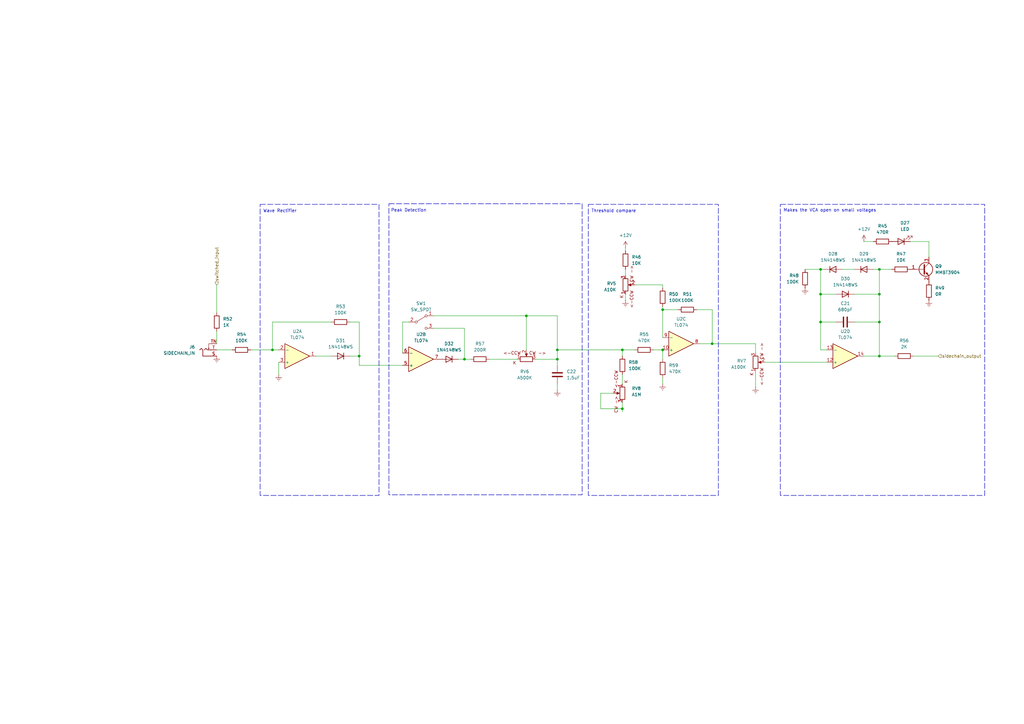
<source format=kicad_sch>
(kicad_sch (version 20250114) (generator "eeschema") (generator_version "9.0")
  (paper "A3")
  (lib_symbols
    (symbol "Amplifier_Operational:TL074" (pin_names (offset 0.127))
      (property "Reference" "U" (at 0 5.08 0))
      (property "Value" "TL074" (at 0 -5.08 0))
      (symbol "TL074_1_1"
        (polyline (pts (xy -5.08 5.08) (xy 5.08 0) (xy -5.08 -5.08) (xy -5.08 5.08)) (stroke (width 0.254)) (fill (type background)))
        (pin input line (at -7.62 2.54 0) (length 2.54) (name "+") (number "3"))
        (pin input line (at -7.62 -2.54 0) (length 2.54) (name "-") (number "2"))
        (pin output line (at 7.62 0 180) (length 2.54) (name "~") (number "1"))
      )
      (symbol "TL074_2_1"
        (polyline (pts (xy -5.08 5.08) (xy 5.08 0) (xy -5.08 -5.08) (xy -5.08 5.08)) (stroke (width 0.254)) (fill (type background)))
        (pin input line (at -7.62 2.54 0) (length 2.54) (name "+") (number "5"))
        (pin input line (at -7.62 -2.54 0) (length 2.54) (name "-") (number "6"))
        (pin output line (at 7.62 0 180) (length 2.54) (name "~") (number "7"))
      )
      (symbol "TL074_3_1"
        (polyline (pts (xy -5.08 5.08) (xy 5.08 0) (xy -5.08 -5.08) (xy -5.08 5.08)) (stroke (width 0.254)) (fill (type background)))
        (pin input line (at -7.62 2.54 0) (length 2.54) (name "+") (number "10"))
        (pin input line (at -7.62 -2.54 0) (length 2.54) (name "-") (number "9"))
        (pin output line (at 7.62 0 180) (length 2.54) (name "~") (number "8"))
      )
      (symbol "TL074_4_1"
        (polyline (pts (xy -5.08 5.08) (xy 5.08 0) (xy -5.08 -5.08) (xy -5.08 5.08)) (stroke (width 0.254)) (fill (type background)))
        (pin input line (at -7.62 2.54 0) (length 2.54) (name "+") (number "12"))
        (pin input line (at -7.62 -2.54 0) (length 2.54) (name "-") (number "13"))
        (pin output line (at 7.62 0 180) (length 2.54) (name "~") (number "14"))
      )
      (symbol "TL074_5_1"
        (pin power_in line (at -2.54 7.62 270) (length 3.81) (name "V+") (number "4"))
        (pin power_in line (at -2.54 -7.62 90) (length 3.81) (name "V-") (number "11"))
      )
    )
    (symbol "Device:C" (pin_numbers (hide yes)) (pin_names (offset 0.254))
      (property "Reference" "C" (at 0.635 2.54 0))
      (property "Value" "C" (at 0.635 -2.54 0))
      (symbol "C_0_1"
        (polyline (pts (xy -2.032 0.762) (xy 2.032 0.762)) (stroke (width 0.508)))
        (polyline (pts (xy -2.032 -0.762) (xy 2.032 -0.762)) (stroke (width 0.508)))
      )
      (symbol "C_1_1"
        (pin passive line (at 0 3.81 270) (length 2.794) (name "~") (number "1"))
        (pin passive line (at 0 -3.81 90) (length 2.794) (name "~") (number "2"))
      )
    )
    (symbol "Diode:1N4148WS" (pin_numbers (hide yes)) (pin_names (hide yes))
      (property "Reference" "D" (at 0 2.54 0))
      (property "Value" "1N4148WS" (at 0 -2.54 0))
      (symbol "1N4148WS_0_1"
        (polyline (pts (xy -1.27 1.27) (xy -1.27 -1.27)) (stroke (width 0.254)))
        (polyline (pts (xy 1.27 1.27) (xy 1.27 -1.27) (xy -1.27 0) (xy 1.27 1.27)) (stroke (width 0.254)))
        (polyline (pts (xy 1.27 0) (xy -1.27 0)))
      )
      (symbol "1N4148WS_1_1"
        (pin passive line (at -3.81 0 0) (length 2.54) (name "K") (number "1"))
        (pin passive line (at 3.81 0 180) (length 2.54) (name "A") (number "2"))
      )
    )
    (symbol "Transistor_BJT:MMBT3904" (pin_names (offset 0) (hide yes))
      (property "Reference" "Q" (at 5.08 1.905 0))
      (property "Value" "MMBT3904" (at 5.08 0 0))
      (symbol "MMBT3904_0_1"
        (polyline (pts (xy -2.54 0) (xy 0.635 0)))
        (polyline (pts (xy 0.635 1.905) (xy 0.635 -1.905)) (stroke (width 0.508)))
        (circle (center 1.27 0) (radius 2.8194) (stroke (width 0.254)))
      )
      (symbol "MMBT3904_1_1"
        (polyline (pts (xy 0.635 0.635) (xy 2.54 2.54)))
        (polyline (pts (xy 0.635 -0.635) (xy 2.54 -2.54)))
        (polyline (pts (xy 1.27 -1.778) (xy 1.778 -1.27) (xy 2.286 -2.286) (xy 1.27 -1.778)) (fill (type outline)))
        (pin input line (at -5.08 0 0) (length 2.54) (name "B") (number "1"))
        (pin passive line (at 2.54 5.08 270) (length 2.54) (name "C") (number "3"))
        (pin passive line (at 2.54 -5.08 90) (length 2.54) (name "E") (number "2"))
      )
    )
    (symbol "power:+12V" (power) (pin_numbers (hide yes)) (pin_names (offset 0) (hide yes))
      (property "Value" "+12V" (at 0 3.556 0))
      (symbol "+12V_0_1"
        (polyline (pts (xy -0.762 1.27) (xy 0 2.54)))
        (polyline (pts (xy 0 2.54) (xy 0.762 1.27)))
        (polyline (pts (xy 0 0) (xy 0 2.54)))
      )
      (symbol "+12V_1_1"
        (pin power_in line (at 0 0 90) (length 0) (name "~") (number "1"))
      )
    )
    (symbol "power:GNDREF" (power) (pin_numbers (hide yes)) (pin_names (offset 0) (hide yes))
      (property "Value" "GNDREF" (at 0 -3.81 0))
      (symbol "GNDREF_0_1"
        (polyline (pts (xy -0.635 -1.905) (xy 0.635 -1.905)))
        (polyline (pts (xy -0.127 -2.54) (xy 0.127 -2.54)))
        (polyline (pts (xy 0 -1.27) (xy 0 0)))
        (polyline (pts (xy 1.27 -1.27) (xy -1.27 -1.27)))
      )
      (symbol "GNDREF_1_1"
        (pin power_in line (at 0 0 270) (length 0) (name "~") (number "1"))
      )
    )
    (symbol "synth:AudioJack_Mono_3.5mm"
      (property "Reference" "J" (at 0 8.89 0))
      (property "Value" "AudioJack_Mono_3.5mm" (at 0 6.35 0))
      (symbol "AudioJack_Mono_3.5mm_0_1"
        (polyline (pts (xy 0 0) (xy 0.635 -0.635) (xy 1.27 0) (xy 2.54 0)) (stroke (width 0.254)))
        (polyline (pts (xy 1.778 -0.254) (xy 2.032 -0.762)))
        (polyline (pts (xy 2.54 2.54) (xy -0.635 2.54) (xy -0.635 0) (xy -1.27 -0.635) (xy -1.905 0)) (stroke (width 0.254)))
        (polyline (pts (xy 2.54 -2.54) (xy 1.778 -2.54) (xy 1.778 -0.254) (xy 1.524 -0.762)))
      )
      (symbol "AudioJack_Mono_3.5mm_1_1"
        (pin passive line (at 5.08 2.54 180) (length 2.54) (name "~") (number "S"))
        (pin passive line (at 5.08 0 180) (length 2.54) (name "~") (number "T"))
        (pin passive line (at 5.08 -2.54 180) (length 2.54) (name "~") (number "TN"))
      )
    )
    (symbol "synth:LED (3mm)" (pin_numbers (hide yes)) (pin_names (offset 1.016) (hide yes))
      (property "Reference" "D" (at 0 2.54 0))
      (property "Value" "LED" (at 0 -2.54 0))
      (symbol "LED (3mm)_0_1"
        (polyline (pts (xy -3.048 -0.762) (xy -4.572 -2.286) (xy -3.81 -2.286) (xy -4.572 -2.286) (xy -4.572 -1.524)))
        (polyline (pts (xy -1.778 -0.762) (xy -3.302 -2.286) (xy -2.54 -2.286) (xy -3.302 -2.286) (xy -3.302 -1.524)))
        (polyline (pts (xy -1.27 0) (xy 1.27 0)))
        (polyline (pts (xy -1.27 -1.27) (xy -1.27 1.27)) (stroke (width 0.254)))
        (polyline (pts (xy 1.27 -1.27) (xy 1.27 1.27) (xy -1.27 0) (xy 1.27 -1.27)) (stroke (width 0.254)))
      )
      (symbol "LED (3mm)_1_1"
        (pin passive line (at -3.81 0 0) (length 2.54) (name "K") (number "1"))
        (pin passive line (at 3.81 0 180) (length 2.54) (name "A") (number "2"))
      )
    )
    (symbol "synth:R_Default" (pin_numbers (hide yes)) (pin_names (offset 0))
      (property "Reference" "R" (at -2.032 0 90))
      (property "Value" "R1" (at 2.032 0 90))
      (symbol "R_Default_0_1"
        (rectangle (start 1.016 -2.54) (end -1.016 2.54) (stroke (width 0.254)))
      )
      (symbol "R_Default_1_1"
        (pin passive line (at 0 3.81 270) (length 1.27) (name "~") (number "2"))
        (pin passive line (at 0 -3.81 90) (length 1.27) (name "~") (number "1"))
      )
    )
    (symbol "synth:R_Potentiometer (P0915N)" (pin_names (offset 1.016) (hide yes))
      (property "Reference" "RV" (at 0 6.604 0))
      (property "Value" "R_Potentiometer" (at 0 4.318 0))
      (symbol "R_Potentiometer (P0915N)_0_1"
        (polyline (pts (xy 0 -1.143) (xy 0.508 -2.286) (xy -0.508 -2.286) (xy 0 -1.143)) (fill (type outline)))
        (polyline (pts (xy 0 -2.54) (xy 0 -1.524)))
        (rectangle (start 2.54 1.016) (end -2.54 -1.016) (stroke (width 0.254)))
      )
      (symbol "R_Potentiometer (P0915N)_1_1"
        (text "<-CCW" (at -5.842 -2.54 0) (effects (font (size 1.27 1.27))))
        (text "K" (at -4.826 1.524 0) (effects (font (size 1.27 1.27))))
        (text "CW ->" (at 4.572 -2.54 0) (effects (font (size 1.27 1.27))))
        (pin passive line (at -3.81 0 0) (length 1.27) (name "1") (number "1"))
        (pin passive line (at 0 -3.81 90) (length 1.27) (name "2") (number "2"))
        (pin passive line (at 3.81 0 180) (length 1.27) (name "3") (number "3"))
      )
    )
    (symbol "synth:SW_SPDT" (pin_names (offset 0) (hide yes))
      (property "Reference" "SW" (at 0 5.08 0))
      (property "Value" "SW_SPDT" (at 0 -5.08 0))
      (symbol "SW_SPDT_0_1"
        (circle (center -2.032 0) (radius 0.4572))
        (polyline (pts (xy -1.651 0.254) (xy 1.651 2.286)))
        (circle (center 2.032 2.54) (radius 0.4572))
        (circle (center 2.032 -2.54) (radius 0.4572))
      )
      (symbol "SW_SPDT_1_1"
        (pin passive line (at -5.08 0 0) (length 2.54) (name "B") (number "2"))
        (pin passive line (at 5.08 2.54 180) (length 2.54) (name "A") (number "1"))
        (pin passive line (at 5.08 -2.54 180) (length 2.54) (name "C") (number "3"))
      )
    )
  )
  (rectangle (start 159.512 83.566) (end 238.76 202.946) (stroke (width 0.2032) (type dash)))
  (rectangle (start 320.04 83.82) (end 403.86 203.2) (stroke (width 0.2032) (type dash)))
  (rectangle (start 241.3 83.82) (end 294.64 203.2) (stroke (width 0.2032) (type dash)))
  (rectangle (start 106.68 83.82) (end 155.448 203.2) (stroke (width 0.2032) (type dash)))
  (text "Peak Detection" (at 167.64 86.36 0) (effects (font (size 1.27 1.27))))
  (text "Threshold compare" (at 251.714 86.614 0) (effects (font (size 1.27 1.27))))
  (text "Makes the VCA open on small voltages" (at 340.36 86.36 0) (effects (font (size 1.27 1.27))))
  (text "Wave Rectifier" (at 114.808 86.614 0) (effects (font (size 1.27 1.27))))
  (junction (at 228.6 147.32))
  (junction (at 147.32 146.05))
  (junction (at 360.68 110.49))
  (junction (at 292.1 140.97))
  (junction (at 255.27 143.51))
  (junction (at 360.68 120.65))
  (junction (at 228.6 143.51))
  (junction (at 190.5 147.32))
  (junction (at 336.55 110.49))
  (junction (at 215.9 129.54))
  (junction (at 255.27 167.64))
  (junction (at 111.76 143.51))
  (junction (at 336.55 132.08))
  (junction (at 360.68 146.05))
  (junction (at 271.78 127))
  (junction (at 271.78 143.51))
  (junction (at 360.68 132.08))
  (junction (at 336.55 120.65))
  (wire (pts (xy 177.8 134.62) (xy 190.5 134.62)))
  (wire (pts (xy 246.38 161.29) (xy 246.38 167.64)))
  (wire (pts (xy 167.64 132.08) (xy 165.1 132.08)))
  (wire (pts (xy 271.78 147.32) (xy 271.78 143.51)))
  (wire (pts (xy 350.52 120.65) (xy 360.68 120.65)))
  (wire (pts (xy 350.52 110.49) (xy 345.44 110.49)))
  (wire (pts (xy 354.33 146.05) (xy 360.68 146.05)))
  (wire (pts (xy 111.76 132.08) (xy 111.76 143.51)))
  (wire (pts (xy 165.1 132.08) (xy 165.1 144.78)))
  (wire (pts (xy 147.32 149.86) (xy 147.32 146.05)))
  (wire (pts (xy 271.78 125.73) (xy 271.78 127)))
  (wire (pts (xy 336.55 120.65) (xy 342.9 120.65)))
  (wire (pts (xy 360.68 110.49) (xy 358.14 110.49)))
  (wire (pts (xy 271.78 118.11) (xy 271.78 116.84)))
  (wire (pts (xy 350.52 132.08) (xy 360.68 132.08)))
  (wire (pts (xy 313.69 148.59) (xy 339.09 148.59)))
  (wire (pts (xy 190.5 147.32) (xy 193.04 147.32)))
  (wire (pts (xy 360.68 146.05) (xy 360.68 132.08)))
  (wire (pts (xy 267.97 143.51) (xy 271.78 143.51)))
  (wire (pts (xy 255.27 167.64) (xy 255.27 168.91)))
  (wire (pts (xy 228.6 129.54) (xy 228.6 143.51)))
  (wire (pts (xy 143.51 132.08) (xy 147.32 132.08)))
  (wire (pts (xy 360.68 110.49) (xy 365.76 110.49)))
  (wire (pts (xy 228.6 143.51) (xy 228.6 147.32)))
  (wire (pts (xy 165.1 149.86) (xy 147.32 149.86)))
  (wire (pts (xy 215.9 143.51) (xy 215.9 129.54)))
  (wire (pts (xy 255.27 143.51) (xy 260.35 143.51)))
  (wire (pts (xy 147.32 146.05) (xy 143.51 146.05)))
  (wire (pts (xy 271.78 127) (xy 271.78 138.43)))
  (wire (pts (xy 246.38 167.64) (xy 255.27 167.64)))
  (wire (pts (xy 339.09 143.51) (xy 336.55 143.51)))
  (wire (pts (xy 373.38 99.06) (xy 381 99.06)))
  (wire (pts (xy 135.89 146.05) (xy 129.54 146.05)))
  (wire (pts (xy 215.9 129.54) (xy 228.6 129.54)))
  (wire (pts (xy 271.78 127) (xy 278.13 127)))
  (wire (pts (xy 271.78 116.84) (xy 260.35 116.84)))
  (wire (pts (xy 330.2 110.49) (xy 336.55 110.49)))
  (wire (pts (xy 255.27 165.1) (xy 255.27 167.64)))
  (wire (pts (xy 228.6 147.32) (xy 219.71 147.32)))
  (wire (pts (xy 215.9 129.54) (xy 177.8 129.54)))
  (wire (pts (xy 292.1 127) (xy 292.1 140.97)))
  (wire (pts (xy 309.88 144.78) (xy 309.88 140.97)))
  (wire (pts (xy 190.5 134.62) (xy 190.5 147.32)))
  (wire (pts (xy 255.27 153.67) (xy 255.27 157.48)))
  (wire (pts (xy 336.55 143.51) (xy 336.55 132.08)))
  (wire (pts (xy 88.9 135.89) (xy 88.9 140.97)))
  (wire (pts (xy 111.76 143.51) (xy 114.3 143.51)))
  (wire (pts (xy 367.03 146.05) (xy 360.68 146.05)))
  (wire (pts (xy 336.55 120.65) (xy 336.55 110.49)))
  (wire (pts (xy 271.78 157.48) (xy 271.78 154.94)))
  (wire (pts (xy 360.68 120.65) (xy 360.68 110.49)))
  (wire (pts (xy 255.27 146.05) (xy 255.27 143.51)))
  (wire (pts (xy 228.6 160.02) (xy 228.6 157.48)))
  (wire (pts (xy 381 99.06) (xy 381 105.41)))
  (wire (pts (xy 256.54 101.6) (xy 256.54 102.87)))
  (wire (pts (xy 354.33 99.06) (xy 358.14 99.06)))
  (wire (pts (xy 336.55 110.49) (xy 337.82 110.49)))
  (wire (pts (xy 88.9 116.84) (xy 88.9 128.27)))
  (wire (pts (xy 212.09 147.32) (xy 200.66 147.32)))
  (wire (pts (xy 309.88 152.4) (xy 309.88 158.75)))
  (wire (pts (xy 285.75 127) (xy 292.1 127)))
  (wire (pts (xy 190.5 147.32) (xy 187.96 147.32)))
  (wire (pts (xy 256.54 123.19) (xy 256.54 120.65)))
  (wire (pts (xy 102.87 143.51) (xy 111.76 143.51)))
  (wire (pts (xy 256.54 110.49) (xy 256.54 113.03)))
  (wire (pts (xy 228.6 143.51) (xy 255.27 143.51)))
  (wire (pts (xy 251.46 161.29) (xy 246.38 161.29)))
  (wire (pts (xy 336.55 132.08) (xy 336.55 120.65)))
  (wire (pts (xy 292.1 140.97) (xy 309.88 140.97)))
  (wire (pts (xy 292.1 140.97) (xy 287.02 140.97)))
  (wire (pts (xy 360.68 132.08) (xy 360.68 120.65)))
  (wire (pts (xy 336.55 132.08) (xy 342.9 132.08)))
  (wire (pts (xy 95.25 143.51) (xy 88.9 143.51)))
  (wire (pts (xy 135.89 132.08) (xy 111.76 132.08)))
  (wire (pts (xy 384.81 146.05) (xy 374.65 146.05)))
  (wire (pts (xy 114.3 153.67) (xy 114.3 148.59)))
  (wire (pts (xy 228.6 149.86) (xy 228.6 147.32)))
  (wire (pts (xy 147.32 132.08) (xy 147.32 146.05)))
  (hierarchical_label "switched_input" (shape input) (at 88.9 116.84 90))
  (hierarchical_label "sidechain_output" (shape input) (at 384.81 146.05 0))
  (symbol (lib_id "Amplifier_Operational:TL074") (at 279.4 140.97 0) (mirror x) (unit 3)
    (property "Reference" "U2" (at 279.4 130.81 0))
    (property "Value" "TL074" (at 279.4 133.35 0))
    (property "Footprint" "Synth:SOIC-14" (effects (hide yes)))
    (property "Datasheet" "http://www.ti.com/lit/ds/symlink/tl071.pdf" (effects (hide yes)))
    (property "Description" "Quad Low-Noise JFET-Input Operational Amplifiers, DIP-14/SOIC-14" (effects (hide yes)))
    (instances (project "compressor" (path "" (reference "U2") (unit 3)) (path "" (reference "U3") (unit 3))))
  )
  (symbol (lib_id "synth:R_Default") (at 361.95 99.06 270) (unit 1)
    (property "Reference" "R45" (at 361.95 92.71 90))
    (property "Value" "470R" (at 361.95 95.25 90))
    (property "Footprint" "Resistor_SMD:R_0805_2012Metric_Pad1.20x1.40mm_HandSolder" (effects (hide yes)))
    (property "Description" "Resistor" (effects (hide yes)))
    (instances (project "compressor" (path "" (reference "R45") (unit 1)) (path "" (reference "R60") (unit 1))))
  )
  (symbol (lib_id "synth:R_Potentiometer (P0915N)") (at 255.27 161.29 270) (unit 1)
    (property "Reference" "RV8" (at 259.08 159.3093 90) (effects (justify left)))
    (property "Value" "A1M" (at 259.08 161.8493 90) (effects (justify left)))
    (property "Footprint" "Synth:Potentiometer_TT_P0915N" (effects (hide yes)))
    (property "Description" "Potentiometer" (effects (hide yes)))
    (instances (project "compressor" (path "" (reference "RV8") (unit 1)) (path "" (reference "RV12") (unit 1))))
  )
  (symbol (lib_id "power:GNDREF") (at 256.54 123.19 0) (unit 1)
    (property "Reference" "#PWR072" (effects (hide yes)))
    (property "Value" "GNDREF" (effects (hide yes)))
    (property "Description" "Power symbol creates a global label with name \"GNDREF\" , reference supply ground" (effects (hide yes)))
    (instances (project "compressor" (path "" (reference "#PWR072") (unit 1)) (path "" (reference "#PWR082") (unit 1))))
  )
  (symbol (lib_id "synth:R_Default") (at 264.16 143.51 270) (unit 1)
    (property "Reference" "R55" (at 264.16 137.16 90))
    (property "Value" "470K" (at 264.16 139.7 90))
    (property "Footprint" "Resistor_SMD:R_0805_2012Metric_Pad1.20x1.40mm_HandSolder" (effects (hide yes)))
    (property "Description" "Resistor" (effects (hide yes)))
    (instances (project "compressor" (path "" (reference "R55") (unit 1)) (path "" (reference "R70") (unit 1))))
  )
  (symbol (lib_id "synth:R_Default") (at 369.57 110.49 90) (unit 1)
    (property "Reference" "R47" (at 369.57 104.14 90))
    (property "Value" "10K" (at 369.57 106.68 90))
    (property "Footprint" "Resistor_SMD:R_0805_2012Metric_Pad1.20x1.40mm_HandSolder" (effects (hide yes)))
    (property "Description" "Resistor" (effects (hide yes)))
    (instances (project "compressor" (path "" (reference "R47") (unit 1)) (path "" (reference "R62") (unit 1))))
  )
  (symbol (lib_id "Diode:1N4148WS") (at 139.7 146.05 180) (unit 1)
    (property "Reference" "D31" (at 139.7 139.7 0))
    (property "Value" "1N4148WS" (at 139.7 142.24 0))
    (property "Footprint" "Diode_SMD:D_SOD-323_HandSoldering" (effects (hide yes)))
    (property "Datasheet" "https://www.vishay.com/docs/85751/1n4148ws.pdf" (effects (hide yes)))
    (property "Description" "75V 0.15A Fast switching Diode, SOD-323" (effects (hide yes)))
    (property "Sim.Device" "D" (effects (hide yes)))
    (property "Sim.Pins" "1=K 2=A" (effects (hide yes)))
    (instances (project "compressor" (path "" (reference "D31") (unit 1)) (path "" (reference "D37") (unit 1))))
  )
  (symbol (lib_id "power:+12V") (at 256.54 101.6 0) (unit 1)
    (property "Reference" "#PWR070" (effects (hide yes)))
    (property "Value" "+12V" (at 256.54 96.52 0))
    (property "Description" "Power symbol creates a global label with name \"+12V\"" (effects (hide yes)))
    (instances (project "compressor" (path "" (reference "#PWR070") (unit 1)) (path "" (reference "#PWR080") (unit 1))))
  )
  (symbol (lib_id "synth:R_Default") (at 370.84 146.05 90) (unit 1)
    (property "Reference" "R56" (at 370.84 139.7 90))
    (property "Value" "2K" (at 370.84 142.24 90))
    (property "Footprint" "Resistor_SMD:R_0805_2012Metric_Pad1.20x1.40mm_HandSolder" (effects (hide yes)))
    (property "Description" "Resistor" (effects (hide yes)))
    (instances (project "compressor" (path "" (reference "R56") (unit 1)) (path "" (reference "R71") (unit 1))))
  )
  (symbol (lib_id "power:GNDREF") (at 228.6 160.02 0) (unit 1)
    (property "Reference" "#PWR078" (effects (hide yes)))
    (property "Value" "GNDREF" (effects (hide yes)))
    (property "Description" "Power symbol creates a global label with name \"GNDREF\" , reference supply ground" (effects (hide yes)))
    (instances (project "compressor" (path "" (reference "#PWR078") (unit 1)) (path "" (reference "#PWR088") (unit 1))))
  )
  (symbol (lib_id "synth:R_Potentiometer (P0915N)") (at 256.54 116.84 90) (unit 1)
    (property "Reference" "RV5" (at 252.73 116.2805 90) (effects (justify left)))
    (property "Value" "A10K" (at 252.73 118.8205 90) (effects (justify left)))
    (property "Footprint" "Synth:Potentiometer_TT_P0915N" (effects (hide yes)))
    (property "Description" "Potentiometer" (effects (hide yes)))
    (instances (project "compressor" (path "" (reference "RV5") (unit 1)) (path "" (reference "RV9") (unit 1))))
  )
  (symbol (lib_id "synth:R_Default") (at 99.06 143.51 90) (unit 1)
    (property "Reference" "R54" (at 99.06 137.16 90))
    (property "Value" "100K" (at 99.06 139.7 90))
    (property "Footprint" "Resistor_SMD:R_0805_2012Metric_Pad1.20x1.40mm_HandSolder" (effects (hide yes)))
    (property "Description" "Resistor" (effects (hide yes)))
    (instances (project "compressor" (path "" (reference "R54") (unit 1)) (path "" (reference "R69") (unit 1))))
  )
  (symbol (lib_id "synth:R_Default") (at 271.78 151.13 0) (unit 1)
    (property "Reference" "R59" (at 274.32 149.8599 0) (effects (justify left)))
    (property "Value" "470K" (at 274.32 152.3999 0) (effects (justify left)))
    (property "Footprint" "Resistor_SMD:R_0805_2012Metric_Pad1.20x1.40mm_HandSolder" (effects (hide yes)))
    (property "Description" "Resistor" (effects (hide yes)))
    (instances (project "compressor" (path "" (reference "R59") (unit 1)) (path "" (reference "R74") (unit 1))))
  )
  (symbol (lib_id "Transistor_BJT:MMBT3904") (at 378.46 110.49 0) (unit 1)
    (property "Reference" "Q9" (at 383.54 109.2199 0) (effects (justify left)))
    (property "Value" "MMBT3904" (at 383.54 111.7599 0) (effects (justify left)))
    (property "Footprint" "Package_TO_SOT_SMD:SOT-23_Handsoldering" (effects (hide yes)))
    (property "Datasheet" "https://www.onsemi.com/pdf/datasheet/pzt3904-d.pdf" (effects (hide yes)))
    (property "Description" "0.2A Ic, 40V Vce, Small Signal NPN Transistor, SOT-23" (effects (hide yes)))
    (instances (project "compressor" (path "" (reference "Q9") (unit 1)) (path "" (reference "Q10") (unit 1))))
  )
  (symbol (lib_id "synth:R_Default") (at 139.7 132.08 90) (unit 1)
    (property "Reference" "R53" (at 139.7 125.73 90))
    (property "Value" "100K" (at 139.7 128.27 90))
    (property "Footprint" "Resistor_SMD:R_0805_2012Metric_Pad1.20x1.40mm_HandSolder" (effects (hide yes)))
    (property "Description" "Resistor" (effects (hide yes)))
    (instances (project "compressor" (path "" (reference "R53") (unit 1)) (path "" (reference "R68") (unit 1))))
  )
  (symbol (lib_id "Amplifier_Operational:TL074") (at 346.71 146.05 0) (mirror x) (unit 4)
    (property "Reference" "U2" (at 346.71 135.89 0))
    (property "Value" "TL074" (at 346.71 138.43 0))
    (property "Footprint" "Synth:SOIC-14" (effects (hide yes)))
    (property "Datasheet" "http://www.ti.com/lit/ds/symlink/tl071.pdf" (effects (hide yes)))
    (property "Description" "Quad Low-Noise JFET-Input Operational Amplifiers, DIP-14/SOIC-14" (effects (hide yes)))
    (instances (project "compressor" (path "" (reference "U2") (unit 4)) (path "" (reference "U3") (unit 4))))
  )
  (symbol (lib_id "Device:C") (at 228.6 153.67 180) (unit 1)
    (property "Reference" "C22" (at 232.41 152.3999 0) (effects (justify right)))
    (property "Value" "1.5uF" (at 232.41 154.9399 0) (effects (justify right)))
    (property "Footprint" "Capacitor_SMD:C_0805_2012Metric_Pad1.18x1.45mm_HandSolder" (effects (hide yes)))
    (property "Description" "Unpolarized capacitor" (effects (hide yes)))
    (instances (project "compressor" (path "" (reference "C22") (unit 1)) (path "" (reference "C24") (unit 1))))
  )
  (symbol (lib_id "synth:R_Potentiometer (P0915N)") (at 215.9 147.32 0) (mirror x) (unit 1)
    (property "Reference" "RV6" (at 215.1894 152.4 0))
    (property "Value" "A500K" (at 215.1894 154.94 0))
    (property "Footprint" "Synth:Potentiometer_TT_P0915N" (effects (hide yes)))
    (property "Description" "Potentiometer" (effects (hide yes)))
    (instances (project "compressor" (path "" (reference "RV6") (unit 1)) (path "" (reference "RV10") (unit 1))))
  )
  (symbol (lib_id "synth:R_Default") (at 281.94 127 270) (unit 1)
    (property "Reference" "R51" (at 281.94 120.65 90))
    (property "Value" "100K" (at 281.94 123.19 90))
    (property "Footprint" "Resistor_SMD:R_0805_2012Metric_Pad1.20x1.40mm_HandSolder" (effects (hide yes)))
    (property "Description" "Resistor" (effects (hide yes)))
    (instances (project "compressor" (path "" (reference "R51") (unit 1)) (path "" (reference "R66") (unit 1))))
  )
  (symbol (lib_id "synth:AudioJack_Mono_3.5mm") (at 83.82 143.51 0) (mirror x) (unit 1)
    (property "Reference" "J6" (at 80.01 142.3034 0) (effects (justify right)))
    (property "Value" "SIDECHAIN_IN" (at 80.01 144.8434 0) (effects (justify right)))
    (property "Footprint" "Synth:Jack_3.5mm_QingPu_WQP-PJ398SM_Vertical_CircularHoles" (effects (hide yes)))
    (property "Description" "Audio Jack, 2 Poles (Mono / TS), Switched T Pole (Normalling)" (effects (hide yes)))
    (instances (project "compressor" (path "" (reference "J6") (unit 1)) (path "" (reference "J7") (unit 1))))
  )
  (symbol (lib_id "synth:R_Default") (at 271.78 121.92 0) (unit 1)
    (property "Reference" "R50" (at 274.32 120.6499 0) (effects (justify left)))
    (property "Value" "100K" (at 274.32 123.1899 0) (effects (justify left)))
    (property "Footprint" "Resistor_SMD:R_0805_2012Metric_Pad1.20x1.40mm_HandSolder" (effects (hide yes)))
    (property "Description" "Resistor" (effects (hide yes)))
    (instances (project "compressor" (path "" (reference "R50") (unit 1)) (path "" (reference "R65") (unit 1))))
  )
  (symbol (lib_id "Diode:1N4148WS") (at 354.33 110.49 0) (unit 1)
    (property "Reference" "D29" (at 354.33 104.14 0))
    (property "Value" "1N4148WS" (at 354.33 106.68 0))
    (property "Footprint" "Diode_SMD:D_SOD-323_HandSoldering" (effects (hide yes)))
    (property "Datasheet" "https://www.vishay.com/docs/85751/1n4148ws.pdf" (effects (hide yes)))
    (property "Description" "75V 0.15A Fast switching Diode, SOD-323" (effects (hide yes)))
    (property "Sim.Device" "D" (effects (hide yes)))
    (property "Sim.Pins" "1=K 2=A" (effects (hide yes)))
    (instances (project "compressor" (path "" (reference "D29") (unit 1)) (path "" (reference "D35") (unit 1))))
  )
  (symbol (lib_id "power:GNDREF") (at 271.78 157.48 0) (unit 1)
    (property "Reference" "#PWR076" (effects (hide yes)))
    (property "Value" "GNDREF" (effects (hide yes)))
    (property "Description" "Power symbol creates a global label with name \"GNDREF\" , reference supply ground" (effects (hide yes)))
    (instances (project "compressor" (path "" (reference "#PWR076") (unit 1)) (path "" (reference "#PWR086") (unit 1))))
  )
  (symbol (lib_id "power:GNDREF") (at 309.88 158.75 0) (unit 1)
    (property "Reference" "#PWR077" (effects (hide yes)))
    (property "Value" "GNDREF" (effects (hide yes)))
    (property "Description" "Power symbol creates a global label with name \"GNDREF\" , reference supply ground" (effects (hide yes)))
    (instances (project "compressor" (path "" (reference "#PWR077") (unit 1)) (path "" (reference "#PWR087") (unit 1))))
  )
  (symbol (lib_id "synth:R_Default") (at 255.27 149.86 180) (unit 1)
    (property "Reference" "R58" (at 257.81 148.5899 0) (effects (justify right)))
    (property "Value" "100K" (at 257.81 151.1299 0) (effects (justify right)))
    (property "Footprint" "Resistor_SMD:R_0805_2012Metric_Pad1.20x1.40mm_HandSolder" (effects (hide yes)))
    (property "Description" "Resistor" (effects (hide yes)))
    (instances (project "compressor" (path "" (reference "R58") (unit 1)) (path "" (reference "R73") (unit 1))))
  )
  (symbol (lib_id "synth:LED (3mm)") (at 369.57 99.06 180) (unit 1)
    (property "Reference" "D27" (at 371.1575 91.44 0))
    (property "Value" "LED" (at 371.1575 93.98 0))
    (property "Footprint" "Synth:LED_D3.0mm" (effects (hide yes)))
    (property "Description" "Light emitting diode" (effects (hide yes)))
    (instances (project "compressor" (path "" (reference "D27") (unit 1)) (path "" (reference "D33") (unit 1))))
  )
  (symbol (lib_id "power:GNDREF") (at 114.3 153.67 0) (unit 1)
    (property "Reference" "#PWR075" (effects (hide yes)))
    (property "Value" "GNDREF" (effects (hide yes)))
    (property "Description" "Power symbol creates a global label with name \"GNDREF\" , reference supply ground" (effects (hide yes)))
    (instances (project "compressor" (path "" (reference "#PWR075") (unit 1)) (path "" (reference "#PWR085") (unit 1))))
  )
  (symbol (lib_id "synth:R_Default") (at 330.2 114.3 0) (unit 1)
    (property "Reference" "R48" (at 327.66 113.0299 0) (effects (justify right)))
    (property "Value" "100K" (at 327.66 115.5699 0) (effects (justify right)))
    (property "Footprint" "Resistor_SMD:R_0805_2012Metric_Pad1.20x1.40mm_HandSolder" (effects (hide yes)))
    (property "Description" "Resistor" (effects (hide yes)))
    (instances (project "compressor" (path "" (reference "R48") (unit 1)) (path "" (reference "R63") (unit 1))))
  )
  (symbol (lib_id "synth:R_Potentiometer (P0915N)") (at 309.88 148.59 90) (unit 1)
    (property "Reference" "RV7" (at 306.07 148.0305 90) (effects (justify left)))
    (property "Value" "A100K" (at 306.07 150.5705 90) (effects (justify left)))
    (property "Footprint" "Synth:Potentiometer_TT_P0915N" (effects (hide yes)))
    (property "Description" "Potentiometer" (effects (hide yes)))
    (instances (project "compressor" (path "" (reference "RV7") (unit 1)) (path "" (reference "RV11") (unit 1))))
  )
  (symbol (lib_id "power:GNDREF") (at 88.9 146.05 0) (unit 1)
    (property "Reference" "#PWR074" (effects (hide yes)))
    (property "Value" "GNDREF" (effects (hide yes)))
    (property "Description" "Power symbol creates a global label with name \"GNDREF\" , reference supply ground" (effects (hide yes)))
    (instances (project "compressor" (path "" (reference "#PWR074") (unit 1)) (path "" (reference "#PWR084") (unit 1))))
  )
  (symbol (lib_id "Diode:1N4148WS") (at 184.15 147.32 180) (unit 1)
    (property "Reference" "D32" (at 184.15 140.97 0))
    (property "Value" "1N4148WS" (at 184.15 143.51 0))
    (property "Footprint" "Diode_SMD:D_SOD-323_HandSoldering" (effects (hide yes)))
    (property "Datasheet" "https://www.vishay.com/docs/85751/1n4148ws.pdf" (effects (hide yes)))
    (property "Description" "75V 0.15A Fast switching Diode, SOD-323" (effects (hide yes)))
    (property "Sim.Device" "D" (effects (hide yes)))
    (property "Sim.Pins" "1=K 2=A" (effects (hide yes)))
    (instances (project "compressor" (path "" (reference "D32") (unit 1)) (path "" (reference "D38") (unit 1))))
  )
  (symbol (lib_id "synth:R_Default") (at 381 119.38 180) (unit 1)
    (property "Reference" "R49" (at 383.54 118.1099 0) (effects (justify right)))
    (property "Value" "0R" (at 383.54 120.6499 0) (effects (justify right)))
    (property "Footprint" "Resistor_SMD:R_0805_2012Metric_Pad1.20x1.40mm_HandSolder" (effects (hide yes)))
    (property "Description" "Resistor" (effects (hide yes)))
    (instances (project "compressor" (path "" (reference "R49") (unit 1)) (path "" (reference "R64") (unit 1))))
  )
  (symbol (lib_id "power:GNDREF") (at 381 123.19 0) (unit 1)
    (property "Reference" "#PWR073" (effects (hide yes)))
    (property "Value" "GNDREF" (effects (hide yes)))
    (property "Description" "Power symbol creates a global label with name \"GNDREF\" , reference supply ground" (effects (hide yes)))
    (instances (project "compressor" (path "" (reference "#PWR073") (unit 1)) (path "" (reference "#PWR083") (unit 1))))
  )
  (symbol (lib_id "power:GNDREF") (at 330.2 118.11 0) (unit 1)
    (property "Reference" "#PWR071" (effects (hide yes)))
    (property "Value" "GNDREF" (effects (hide yes)))
    (property "Description" "Power symbol creates a global label with name \"GNDREF\" , reference supply ground" (effects (hide yes)))
    (instances (project "compressor" (path "" (reference "#PWR071") (unit 1)) (path "" (reference "#PWR081") (unit 1))))
  )
  (symbol (lib_id "power:+12V") (at 354.33 99.06 0) (unit 1)
    (property "Reference" "#PWR069" (effects (hide yes)))
    (property "Value" "+12V" (at 354.33 93.98 0))
    (property "Description" "Power symbol creates a global label with name \"+12V\"" (effects (hide yes)))
    (instances (project "compressor" (path "" (reference "#PWR069") (unit 1)) (path "" (reference "#PWR079") (unit 1))))
  )
  (symbol (lib_id "Device:C") (at 346.71 132.08 270) (unit 1)
    (property "Reference" "C21" (at 346.71 124.46 90))
    (property "Value" "680pF" (at 346.71 127 90))
    (property "Footprint" "Capacitor_SMD:C_0805_2012Metric_Pad1.18x1.45mm_HandSolder" (effects (hide yes)))
    (property "Description" "Unpolarized capacitor" (effects (hide yes)))
    (instances (project "compressor" (path "" (reference "C21") (unit 1)) (path "" (reference "C23") (unit 1))))
  )
  (symbol (lib_id "synth:SW_SPDT") (at 172.72 132.08 0) (unit 1)
    (property "Reference" "SW1" (at 172.72 124.46 0))
    (property "Value" "SW_SPDT" (at 172.72 127 0))
    (property "Footprint" "Synth:SW_default" (effects (hide yes)))
    (property "Description" "Switch, single pole double throw" (effects (hide yes)))
    (instances (project "compressor" (path "" (reference "SW1") (unit 1)) (path "" (reference "SW2") (unit 1))))
  )
  (symbol (lib_id "synth:R_Default") (at 196.85 147.32 90) (unit 1)
    (property "Reference" "R57" (at 196.85 140.97 90))
    (property "Value" "200R" (at 196.85 143.51 90))
    (property "Footprint" "Resistor_SMD:R_0805_2012Metric_Pad1.20x1.40mm_HandSolder" (effects (hide yes)))
    (property "Description" "Resistor" (effects (hide yes)))
    (instances (project "compressor" (path "" (reference "R57") (unit 1)) (path "" (reference "R72") (unit 1))))
  )
  (symbol (lib_id "Amplifier_Operational:TL074") (at 172.72 147.32 0) (mirror x) (unit 2)
    (property "Reference" "U2" (at 172.72 137.16 0))
    (property "Value" "TL074" (at 172.72 139.7 0))
    (property "Footprint" "Synth:SOIC-14" (effects (hide yes)))
    (property "Datasheet" "http://www.ti.com/lit/ds/symlink/tl071.pdf" (effects (hide yes)))
    (property "Description" "Quad Low-Noise JFET-Input Operational Amplifiers, DIP-14/SOIC-14" (effects (hide yes)))
    (instances (project "compressor" (path "" (reference "U2") (unit 2)) (path "" (reference "U3") (unit 2))))
  )
  (symbol (lib_id "Diode:1N4148WS") (at 346.71 120.65 180) (unit 1)
    (property "Reference" "D30" (at 346.71 114.3 0))
    (property "Value" "1N4148WS" (at 346.71 116.84 0))
    (property "Footprint" "Diode_SMD:D_SOD-323_HandSoldering" (effects (hide yes)))
    (property "Datasheet" "https://www.vishay.com/docs/85751/1n4148ws.pdf" (effects (hide yes)))
    (property "Description" "75V 0.15A Fast switching Diode, SOD-323" (effects (hide yes)))
    (property "Sim.Device" "D" (effects (hide yes)))
    (property "Sim.Pins" "1=K 2=A" (effects (hide yes)))
    (instances (project "compressor" (path "" (reference "D30") (unit 1)) (path "" (reference "D36") (unit 1))))
  )
  (symbol (lib_id "Amplifier_Operational:TL074") (at 121.92 146.05 0) (mirror x) (unit 1)
    (property "Reference" "U2" (at 121.92 135.89 0))
    (property "Value" "TL074" (at 121.92 138.43 0))
    (property "Footprint" "Synth:SOIC-14" (effects (hide yes)))
    (property "Datasheet" "http://www.ti.com/lit/ds/symlink/tl071.pdf" (effects (hide yes)))
    (property "Description" "Quad Low-Noise JFET-Input Operational Amplifiers, DIP-14/SOIC-14" (effects (hide yes)))
    (instances (project "compressor" (path "" (reference "U2") (unit 1)) (path "" (reference "U3") (unit 1))))
  )
  (symbol (lib_id "synth:R_Default") (at 256.54 106.68 0) (unit 1)
    (property "Reference" "R46" (at 259.08 105.4099 0) (effects (justify left)))
    (property "Value" "10K" (at 259.08 107.9499 0) (effects (justify left)))
    (property "Footprint" "Resistor_SMD:R_0805_2012Metric_Pad1.20x1.40mm_HandSolder" (effects (hide yes)))
    (property "Description" "Resistor" (effects (hide yes)))
    (instances (project "compressor" (path "" (reference "R46") (unit 1)) (path "" (reference "R61") (unit 1))))
  )
  (symbol (lib_id "synth:R_Default") (at 88.9 132.08 180) (unit 1)
    (property "Reference" "R52" (at 91.44 130.8099 0) (effects (justify right)))
    (property "Value" "1K" (at 91.44 133.3499 0) (effects (justify right)))
    (property "Footprint" "Resistor_SMD:R_0805_2012Metric_Pad1.20x1.40mm_HandSolder" (effects (hide yes)))
    (property "Description" "Resistor" (effects (hide yes)))
    (instances (project "compressor" (path "" (reference "R52") (unit 1)) (path "" (reference "R67") (unit 1))))
  )
  (symbol (lib_id "Diode:1N4148WS") (at 341.63 110.49 0) (unit 1)
    (property "Reference" "D28" (at 341.63 104.14 0))
    (property "Value" "1N4148WS" (at 341.63 106.68 0))
    (property "Footprint" "Diode_SMD:D_SOD-323_HandSoldering" (effects (hide yes)))
    (property "Datasheet" "https://www.vishay.com/docs/85751/1n4148ws.pdf" (effects (hide yes)))
    (property "Description" "75V 0.15A Fast switching Diode, SOD-323" (effects (hide yes)))
    (property "Sim.Device" "D" (effects (hide yes)))
    (property "Sim.Pins" "1=K 2=A" (effects (hide yes)))
    (instances (project "compressor" (path "" (reference "D28") (unit 1)) (path "" (reference "D34") (unit 1))))
  )
)
</source>
